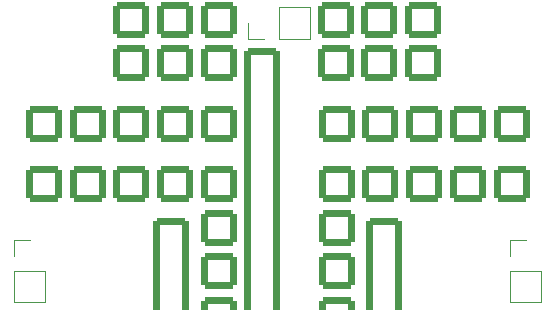
<source format=gto>
%TF.GenerationSoftware,KiCad,Pcbnew,7.0.10-7.0.10~ubuntu22.04.1*%
%TF.CreationDate,2024-01-03T17:58:32-08:00*%
%TF.ProjectId,YamhillProtoBoard1x1,59616d68-696c-46c5-9072-6f746f426f61,A*%
%TF.SameCoordinates,Original*%
%TF.FileFunction,Legend,Top*%
%TF.FilePolarity,Positive*%
%FSLAX46Y46*%
G04 Gerber Fmt 4.6, Leading zero omitted, Abs format (unit mm)*
G04 Created by KiCad (PCBNEW 7.0.10-7.0.10~ubuntu22.04.1) date 2024-01-03 17:58:32*
%MOMM*%
%LPD*%
G01*
G04 APERTURE LIST*
G04 Aperture macros list*
%AMRoundRect*
0 Rectangle with rounded corners*
0 $1 Rounding radius*
0 $2 $3 $4 $5 $6 $7 $8 $9 X,Y pos of 4 corners*
0 Add a 4 corners polygon primitive as box body*
4,1,4,$2,$3,$4,$5,$6,$7,$8,$9,$2,$3,0*
0 Add four circle primitives for the rounded corners*
1,1,$1+$1,$2,$3*
1,1,$1+$1,$4,$5*
1,1,$1+$1,$6,$7*
1,1,$1+$1,$8,$9*
0 Add four rect primitives between the rounded corners*
20,1,$1+$1,$2,$3,$4,$5,0*
20,1,$1+$1,$4,$5,$6,$7,0*
20,1,$1+$1,$6,$7,$8,$9,0*
20,1,$1+$1,$8,$9,$2,$3,0*%
G04 Aperture macros list end*
%ADD10C,0.120000*%
%ADD11C,1.000000*%
%ADD12RoundRect,0.300000X-1.200000X-1.200000X1.200000X-1.200000X1.200000X1.200000X-1.200000X1.200000X0*%
%ADD13RoundRect,0.300000X1.200000X-4.200000X1.200000X4.200000X-1.200000X4.200000X-1.200000X-4.200000X0*%
%ADD14C,0.800000*%
%ADD15C,6.400000*%
%ADD16R,1.700000X1.700000*%
%ADD17O,1.700000X1.700000*%
%ADD18C,2.500000*%
%ADD19C,2.600000*%
%ADD20RoundRect,0.300000X-1.200000X-19.700000X1.200000X-19.700000X1.200000X19.700000X-1.200000X19.700000X0*%
G04 APERTURE END LIST*
D10*
%TO.C,J3*%
X102670000Y-72395000D02*
X104000000Y-72395000D01*
X102670000Y-73725000D02*
X102670000Y-72395000D01*
X102670000Y-74995000D02*
X102670000Y-77595000D01*
X102670000Y-74995000D02*
X105330000Y-74995000D01*
X102670000Y-77595000D02*
X105330000Y-77595000D01*
X105330000Y-74995000D02*
X105330000Y-77595000D01*
%TO.C,J5*%
X144670000Y-72395000D02*
X146000000Y-72395000D01*
X144670000Y-73725000D02*
X144670000Y-72395000D01*
X144670000Y-74995000D02*
X144670000Y-77595000D01*
X144670000Y-74995000D02*
X147330000Y-74995000D01*
X144670000Y-77595000D02*
X147330000Y-77595000D01*
X147330000Y-74995000D02*
X147330000Y-77595000D01*
%TO.C,J10*%
X122495000Y-55330000D02*
X122495000Y-54000000D01*
X123825000Y-55330000D02*
X122495000Y-55330000D01*
X125095000Y-55330000D02*
X127695000Y-55330000D01*
X125095000Y-55330000D02*
X125095000Y-52670000D01*
X127695000Y-55330000D02*
X127695000Y-52670000D01*
X125095000Y-52670000D02*
X127695000Y-52670000D01*
%TD*%
%LPC*%
D11*
%TO.C,REF\u002A\u002A*%
X105200000Y-62500000D03*
D12*
X105200000Y-62500000D03*
%TD*%
D11*
%TO.C,REF\u002A\u002A*%
X105200000Y-82400000D03*
D12*
X105200000Y-82400000D03*
%TD*%
D11*
%TO.C,REF\u002A\u002A*%
X144800000Y-82400000D03*
D12*
X144800000Y-82400000D03*
%TD*%
D11*
%TO.C,REF\u002A\u002A*%
X116300000Y-57400000D03*
D12*
X116300000Y-57400000D03*
%TD*%
D11*
%TO.C,REF\u002A\u002A*%
X120000000Y-92600000D03*
D12*
X120000000Y-92600000D03*
%TD*%
D11*
%TO.C,REF\u002A\u002A*%
X112600000Y-92600000D03*
D12*
X112600000Y-92600000D03*
%TD*%
D11*
%TO.C,REF\u002A\u002A*%
X112600000Y-96300000D03*
D12*
X112600000Y-96300000D03*
%TD*%
D11*
%TO.C,REF\u002A\u002A*%
X120000000Y-67600000D03*
D12*
X120000000Y-67600000D03*
%TD*%
D11*
%TO.C,REF\u002A\u002A*%
X130000000Y-87500000D03*
D12*
X130000000Y-87500000D03*
%TD*%
D11*
%TO.C,REF\u002A\u002A*%
X130000000Y-96300000D03*
D12*
X130000000Y-96300000D03*
%TD*%
D11*
%TO.C,REF\u002A\u002A*%
X129900000Y-57400000D03*
D12*
X129900000Y-57400000D03*
%TD*%
D11*
%TO.C,REF\u002A\u002A*%
X129900000Y-53700000D03*
D12*
X129900000Y-53700000D03*
%TD*%
D11*
%TO.C,REF\u002A\u002A*%
X116300000Y-62500000D03*
D12*
X116300000Y-62500000D03*
%TD*%
D11*
%TO.C,REF\u002A\u002A*%
X130000000Y-67600000D03*
D12*
X130000000Y-67600000D03*
%TD*%
D11*
%TO.C,REF\u002A\u002A*%
X120000000Y-96300000D03*
D12*
X120000000Y-96300000D03*
%TD*%
D11*
%TO.C,REF\u002A\u002A*%
X144800000Y-62500000D03*
D12*
X144800000Y-62500000D03*
%TD*%
D11*
%TO.C,REF\u002A\u002A*%
X137400000Y-62500000D03*
D12*
X137400000Y-62500000D03*
%TD*%
D11*
%TO.C,REF\u002A\u002A*%
X133700000Y-67600000D03*
D12*
X133700000Y-67600000D03*
%TD*%
D11*
%TO.C,REF\u002A\u002A*%
X120000000Y-82400000D03*
D12*
X120000000Y-82400000D03*
%TD*%
D11*
%TO.C,REF\u002A\u002A*%
X141100000Y-62500000D03*
D12*
X141100000Y-62500000D03*
%TD*%
D11*
%TO.C,REF\u002A\u002A*%
X120000000Y-78700000D03*
D12*
X120000000Y-78700000D03*
%TD*%
D11*
%TO.C,REF\u002A\u002A*%
X120000000Y-75000000D03*
D12*
X120000000Y-75000000D03*
%TD*%
D11*
%TO.C,REF\u002A\u002A*%
X105200000Y-67600000D03*
D12*
X105200000Y-67600000D03*
%TD*%
D11*
%TO.C,REF\u002A\u002A*%
X141100000Y-82400000D03*
D12*
X141100000Y-82400000D03*
%TD*%
D11*
%TO.C,REF\u002A\u002A*%
X133700000Y-87500000D03*
D12*
X133700000Y-87500000D03*
%TD*%
D11*
%TO.C,J2*%
X116000000Y-78000000D03*
X116000000Y-75000000D03*
D13*
X116000000Y-75000000D03*
D11*
X116000000Y-72000000D03*
%TD*%
%TO.C,REF\u002A\u002A*%
X144800000Y-87500000D03*
D12*
X144800000Y-87500000D03*
%TD*%
D11*
%TO.C,REF\u002A\u002A*%
X112600000Y-82400000D03*
D12*
X112600000Y-82400000D03*
%TD*%
D11*
%TO.C,REF\u002A\u002A*%
X120000000Y-62500000D03*
D12*
X120000000Y-62500000D03*
%TD*%
D11*
%TO.C,REF\u002A\u002A*%
X116300000Y-53700000D03*
D12*
X116300000Y-53700000D03*
%TD*%
D14*
%TO.C,H1*%
X102600000Y-55000000D03*
X103302944Y-53302944D03*
X103302944Y-56697056D03*
X105000000Y-52600000D03*
D15*
X105000000Y-55000000D03*
D14*
X105000000Y-57400000D03*
X106697056Y-53302944D03*
X106697056Y-56697056D03*
X107400000Y-55000000D03*
%TD*%
D16*
%TO.C,J3*%
X104000000Y-73725000D03*
D17*
X104000000Y-76265000D03*
%TD*%
D11*
%TO.C,REF\u002A\u002A*%
X120000000Y-87500000D03*
D12*
X120000000Y-87500000D03*
%TD*%
D11*
%TO.C,REF\u002A\u002A*%
X112600000Y-57400000D03*
D12*
X112600000Y-57400000D03*
%TD*%
D11*
%TO.C,REF\u002A\u002A*%
X130000000Y-78700000D03*
D12*
X130000000Y-78700000D03*
%TD*%
D11*
%TO.C,REF\u002A\u002A*%
X130000000Y-82400000D03*
D12*
X130000000Y-82400000D03*
%TD*%
D11*
%TO.C,REF\u002A\u002A*%
X137400000Y-82400000D03*
D12*
X137400000Y-82400000D03*
%TD*%
D11*
%TO.C,REF\u002A\u002A*%
X108900000Y-62500000D03*
D12*
X108900000Y-62500000D03*
%TD*%
D11*
%TO.C,REF\u002A\u002A*%
X116300000Y-82400000D03*
D12*
X116300000Y-82400000D03*
%TD*%
D18*
%TO.C,J1*%
X110000000Y-75000000D03*
D19*
X107450000Y-72450000D03*
X107450000Y-77550000D03*
X112550000Y-72450000D03*
X112550000Y-77550000D03*
%TD*%
D11*
%TO.C,REF\u002A\u002A*%
X112600000Y-53700000D03*
D12*
X112600000Y-53700000D03*
%TD*%
D11*
%TO.C,REF\u002A\u002A*%
X120000000Y-71300000D03*
D12*
X120000000Y-71300000D03*
%TD*%
D11*
%TO.C,REF\u002A\u002A*%
X116300000Y-92600000D03*
D12*
X116300000Y-92600000D03*
%TD*%
D11*
%TO.C,REF\u002A\u002A*%
X116300000Y-67600000D03*
D12*
X116300000Y-67600000D03*
%TD*%
D11*
%TO.C,REF\u002A\u002A*%
X108900000Y-67600000D03*
D12*
X108900000Y-67600000D03*
%TD*%
D11*
%TO.C,REF\u002A\u002A*%
X137400000Y-96300000D03*
D12*
X137400000Y-96300000D03*
%TD*%
D16*
%TO.C,J5*%
X146000000Y-73725000D03*
D17*
X146000000Y-76265000D03*
%TD*%
D11*
%TO.C,REF\u002A\u002A*%
X133700000Y-82400000D03*
D12*
X133700000Y-82400000D03*
%TD*%
D11*
%TO.C,REF\u002A\u002A*%
X137300000Y-53700000D03*
D12*
X137300000Y-53700000D03*
%TD*%
D11*
%TO.C,REF\u002A\u002A*%
X133700000Y-96300000D03*
D12*
X133700000Y-96300000D03*
%TD*%
D11*
%TO.C,REF\u002A\u002A*%
X130000000Y-92600000D03*
D12*
X130000000Y-92600000D03*
%TD*%
D11*
%TO.C,REF\u002A\u002A*%
X116300000Y-87500000D03*
D12*
X116300000Y-87500000D03*
%TD*%
D14*
%TO.C,H2*%
X142600000Y-55000000D03*
X143302944Y-53302944D03*
X143302944Y-56697056D03*
X145000000Y-52600000D03*
D15*
X145000000Y-55000000D03*
D14*
X145000000Y-57400000D03*
X146697056Y-53302944D03*
X146697056Y-56697056D03*
X147400000Y-55000000D03*
%TD*%
D11*
%TO.C,REF\u002A\u002A*%
X133700000Y-92600000D03*
D12*
X133700000Y-92600000D03*
%TD*%
D11*
%TO.C,REF\u002A\u002A*%
X105200000Y-87500000D03*
D12*
X105200000Y-87500000D03*
%TD*%
D11*
%TO.C,REF\u002A\u002A*%
X120000000Y-57400000D03*
D12*
X120000000Y-57400000D03*
%TD*%
D14*
%TO.C,H4*%
X142600000Y-95000000D03*
X143302944Y-93302944D03*
X143302944Y-96697056D03*
X145000000Y-92600000D03*
D15*
X145000000Y-95000000D03*
D14*
X145000000Y-97400000D03*
X146697056Y-93302944D03*
X146697056Y-96697056D03*
X147400000Y-95000000D03*
%TD*%
D11*
%TO.C,REF\u002A\u002A*%
X130000000Y-75000000D03*
D12*
X130000000Y-75000000D03*
%TD*%
D11*
%TO.C,J11*%
X123700000Y-58100000D03*
X123700000Y-61100000D03*
X123700000Y-64100000D03*
X123700000Y-67100000D03*
X123700000Y-70100000D03*
X123700000Y-73100000D03*
X123700000Y-76100000D03*
D20*
X123700000Y-76100000D03*
D11*
X123700000Y-79100000D03*
X123700000Y-82100000D03*
X123700000Y-85100000D03*
X123700000Y-88100000D03*
X123700000Y-91100000D03*
X123700000Y-94100000D03*
%TD*%
D14*
%TO.C,H3*%
X102600000Y-95000000D03*
X103302944Y-93302944D03*
X103302944Y-96697056D03*
X105000000Y-92600000D03*
D15*
X105000000Y-95000000D03*
D14*
X105000000Y-97400000D03*
X106697056Y-93302944D03*
X106697056Y-96697056D03*
X107400000Y-95000000D03*
%TD*%
D11*
%TO.C,REF\u002A\u002A*%
X130000000Y-71300000D03*
D12*
X130000000Y-71300000D03*
%TD*%
D11*
%TO.C,REF\u002A\u002A*%
X137400000Y-92600000D03*
D12*
X137400000Y-92600000D03*
%TD*%
D11*
%TO.C,REF\u002A\u002A*%
X112600000Y-62500000D03*
D12*
X112600000Y-62500000D03*
%TD*%
D11*
%TO.C,REF\u002A\u002A*%
X144800000Y-67600000D03*
D12*
X144800000Y-67600000D03*
%TD*%
D11*
%TO.C,REF\u002A\u002A*%
X108900000Y-87500000D03*
D12*
X108900000Y-87500000D03*
%TD*%
D11*
%TO.C,REF\u002A\u002A*%
X112600000Y-87500000D03*
D12*
X112600000Y-87500000D03*
%TD*%
D11*
%TO.C,REF\u002A\u002A*%
X137400000Y-67600000D03*
D12*
X137400000Y-67600000D03*
%TD*%
D11*
%TO.C,REF\u002A\u002A*%
X141100000Y-67600000D03*
D12*
X141100000Y-67600000D03*
%TD*%
D11*
%TO.C,REF\u002A\u002A*%
X137300000Y-57400000D03*
D12*
X137300000Y-57400000D03*
%TD*%
D11*
%TO.C,REF\u002A\u002A*%
X130000000Y-62500000D03*
D12*
X130000000Y-62500000D03*
%TD*%
D11*
%TO.C,REF\u002A\u002A*%
X116300000Y-96300000D03*
D12*
X116300000Y-96300000D03*
%TD*%
D11*
%TO.C,J6*%
X134000000Y-78000000D03*
X134000000Y-75000000D03*
D13*
X134000000Y-75000000D03*
D11*
X134000000Y-72000000D03*
%TD*%
%TO.C,REF\u002A\u002A*%
X133600000Y-57400000D03*
D12*
X133600000Y-57400000D03*
%TD*%
D11*
%TO.C,REF\u002A\u002A*%
X133700000Y-62500000D03*
D12*
X133700000Y-62500000D03*
%TD*%
D11*
%TO.C,REF\u002A\u002A*%
X112600000Y-67600000D03*
D12*
X112600000Y-67600000D03*
%TD*%
D11*
%TO.C,REF\u002A\u002A*%
X108900000Y-82400000D03*
D12*
X108900000Y-82400000D03*
%TD*%
D11*
%TO.C,REF\u002A\u002A*%
X141100000Y-87500000D03*
D12*
X141100000Y-87500000D03*
%TD*%
D11*
%TO.C,REF\u002A\u002A*%
X120000000Y-53700000D03*
D12*
X120000000Y-53700000D03*
%TD*%
D11*
%TO.C,REF\u002A\u002A*%
X137400000Y-87500000D03*
D12*
X137400000Y-87500000D03*
%TD*%
D18*
%TO.C,J4*%
X140000000Y-75000000D03*
D19*
X137450000Y-72450000D03*
X137450000Y-77550000D03*
X142550000Y-72450000D03*
X142550000Y-77550000D03*
%TD*%
D16*
%TO.C,J10*%
X123825000Y-54000000D03*
D17*
X126365000Y-54000000D03*
%TD*%
D11*
%TO.C,REF\u002A\u002A*%
X133600000Y-53700000D03*
D12*
X133600000Y-53700000D03*
%TD*%
G36*
X102003031Y-51750149D02*
G01*
X102018420Y-51750905D01*
X102030531Y-51752098D01*
X102038917Y-51753342D01*
X102102343Y-51782651D01*
X102139854Y-51841597D01*
X102139542Y-51911466D01*
X102101505Y-51970075D01*
X102037820Y-51998815D01*
X102020722Y-52000000D01*
X102000000Y-52000000D01*
X102000000Y-59100000D01*
X102126000Y-59100000D01*
X102193039Y-59119685D01*
X102238794Y-59172489D01*
X102250000Y-59224000D01*
X102250000Y-60676000D01*
X102230315Y-60743039D01*
X102177511Y-60788794D01*
X102126000Y-60800000D01*
X102000000Y-60800000D01*
X102000000Y-64200000D01*
X102126000Y-64200000D01*
X102193039Y-64219685D01*
X102238794Y-64272489D01*
X102250000Y-64324000D01*
X102250000Y-65776000D01*
X102230315Y-65843039D01*
X102177511Y-65888794D01*
X102126000Y-65900000D01*
X102000000Y-65900000D01*
X102000000Y-84100000D01*
X102126000Y-84100000D01*
X102193039Y-84119685D01*
X102238794Y-84172489D01*
X102250000Y-84224000D01*
X102250000Y-85676000D01*
X102230315Y-85743039D01*
X102177511Y-85788794D01*
X102126000Y-85800000D01*
X102000000Y-85800000D01*
X102000000Y-89200000D01*
X102126000Y-89200000D01*
X102193039Y-89219685D01*
X102238794Y-89272489D01*
X102250000Y-89324000D01*
X102250000Y-90776000D01*
X102230315Y-90843039D01*
X102177511Y-90888794D01*
X102126000Y-90900000D01*
X102000000Y-90900000D01*
X102000000Y-98000000D01*
X102020722Y-98000000D01*
X102087761Y-98019685D01*
X102133516Y-98072489D01*
X102143460Y-98141647D01*
X102114435Y-98205203D01*
X102055657Y-98242977D01*
X102038903Y-98246660D01*
X102030517Y-98247903D01*
X102018428Y-98249093D01*
X102003039Y-98249850D01*
X101996947Y-98250000D01*
X100133328Y-98250000D01*
X100066289Y-98230315D01*
X100020534Y-98177511D01*
X100009644Y-98134846D01*
X100000316Y-98004418D01*
X100000000Y-97995572D01*
X100000000Y-52004427D01*
X100000316Y-51995581D01*
X100009644Y-51865154D01*
X100034061Y-51799690D01*
X100089994Y-51757818D01*
X100133328Y-51750000D01*
X101996947Y-51750000D01*
X102003031Y-51750149D01*
G37*
G36*
X101943039Y-97769685D02*
G01*
X101988794Y-97822489D01*
X102000000Y-97874000D01*
X102000000Y-98000000D01*
X125500000Y-98000000D01*
X125500000Y-97874000D01*
X125519685Y-97806961D01*
X125572489Y-97761206D01*
X125624000Y-97750000D01*
X127876000Y-97750000D01*
X127943039Y-97769685D01*
X127988794Y-97822489D01*
X128000000Y-97874000D01*
X128000000Y-98000000D01*
X148000000Y-98000000D01*
X148000000Y-97874000D01*
X148019685Y-97806961D01*
X148072489Y-97761206D01*
X148124000Y-97750000D01*
X149876000Y-97750000D01*
X149943039Y-97769685D01*
X149988794Y-97822489D01*
X150000000Y-97874000D01*
X150000000Y-97995572D01*
X149999684Y-98004418D01*
X149980275Y-98275785D01*
X149977757Y-98293297D01*
X149920872Y-98554794D01*
X149915888Y-98571770D01*
X149822361Y-98822524D01*
X149815011Y-98838617D01*
X149686758Y-99073496D01*
X149677193Y-99088380D01*
X149516811Y-99302624D01*
X149505225Y-99315994D01*
X149315994Y-99505225D01*
X149302624Y-99516811D01*
X149088380Y-99677193D01*
X149073496Y-99686758D01*
X148838617Y-99815011D01*
X148822524Y-99822361D01*
X148571770Y-99915888D01*
X148554794Y-99920872D01*
X148293297Y-99977757D01*
X148275785Y-99980275D01*
X148004418Y-99999684D01*
X147995572Y-100000000D01*
X102004428Y-100000000D01*
X101995582Y-99999684D01*
X101724214Y-99980275D01*
X101706702Y-99977757D01*
X101445205Y-99920872D01*
X101428229Y-99915888D01*
X101177475Y-99822361D01*
X101161382Y-99815011D01*
X100926503Y-99686758D01*
X100911619Y-99677193D01*
X100697375Y-99516811D01*
X100684005Y-99505225D01*
X100494774Y-99315994D01*
X100483188Y-99302624D01*
X100322806Y-99088380D01*
X100313241Y-99073496D01*
X100184988Y-98838617D01*
X100177638Y-98822524D01*
X100084111Y-98571770D01*
X100079127Y-98554794D01*
X100022242Y-98293297D01*
X100019724Y-98275785D01*
X100000316Y-98004418D01*
X100000000Y-97995572D01*
X100000000Y-97874000D01*
X100019685Y-97806961D01*
X100072489Y-97761206D01*
X100124000Y-97750000D01*
X101876000Y-97750000D01*
X101943039Y-97769685D01*
G37*
G36*
X149933711Y-51769685D02*
G01*
X149979466Y-51822489D01*
X149990356Y-51865154D01*
X149999684Y-51995581D01*
X150000000Y-52004427D01*
X150000000Y-97995572D01*
X149999684Y-98004418D01*
X149990356Y-98134846D01*
X149965939Y-98200310D01*
X149910006Y-98242182D01*
X149866672Y-98250000D01*
X148003053Y-98250000D01*
X147996961Y-98249850D01*
X147981571Y-98249093D01*
X147969480Y-98247903D01*
X147961095Y-98246660D01*
X147897667Y-98217357D01*
X147860149Y-98158415D01*
X147860455Y-98088546D01*
X147898486Y-98029933D01*
X147962167Y-98001186D01*
X147979278Y-98000000D01*
X148000000Y-98000000D01*
X148000000Y-90900000D01*
X147874000Y-90900000D01*
X147806961Y-90880315D01*
X147761206Y-90827511D01*
X147750000Y-90776000D01*
X147750000Y-89324000D01*
X147769685Y-89256961D01*
X147822489Y-89211206D01*
X147874000Y-89200000D01*
X148000000Y-89200000D01*
X148000000Y-85800000D01*
X147874000Y-85800000D01*
X147806961Y-85780315D01*
X147761206Y-85727511D01*
X147750000Y-85676000D01*
X147750000Y-84224000D01*
X147769685Y-84156961D01*
X147822489Y-84111206D01*
X147874000Y-84100000D01*
X148000000Y-84100000D01*
X148000000Y-65900000D01*
X147874000Y-65900000D01*
X147806961Y-65880315D01*
X147761206Y-65827511D01*
X147750000Y-65776000D01*
X147750000Y-64324000D01*
X147769685Y-64256961D01*
X147822489Y-64211206D01*
X147874000Y-64200000D01*
X148000000Y-64200000D01*
X148000000Y-60800000D01*
X147874000Y-60800000D01*
X147806961Y-60780315D01*
X147761206Y-60727511D01*
X147750000Y-60676000D01*
X147750000Y-59224000D01*
X147769685Y-59156961D01*
X147822489Y-59111206D01*
X147874000Y-59100000D01*
X148000000Y-59100000D01*
X148000000Y-52000000D01*
X147979278Y-52000000D01*
X147912239Y-51980315D01*
X147866484Y-51927511D01*
X147856540Y-51858353D01*
X147885565Y-51794797D01*
X147944343Y-51757023D01*
X147961081Y-51753343D01*
X147969466Y-51752099D01*
X147981579Y-51750905D01*
X147996969Y-51750149D01*
X148003053Y-51750000D01*
X149866672Y-51750000D01*
X149933711Y-51769685D01*
G37*
G36*
X148004418Y-50000316D02*
G01*
X148275785Y-50019724D01*
X148293297Y-50022242D01*
X148554794Y-50079127D01*
X148571770Y-50084111D01*
X148822524Y-50177638D01*
X148838617Y-50184988D01*
X149073496Y-50313241D01*
X149088380Y-50322806D01*
X149302624Y-50483188D01*
X149315994Y-50494774D01*
X149505225Y-50684005D01*
X149516811Y-50697375D01*
X149677193Y-50911619D01*
X149686758Y-50926503D01*
X149815011Y-51161382D01*
X149822361Y-51177475D01*
X149915888Y-51428229D01*
X149920872Y-51445205D01*
X149977757Y-51706702D01*
X149980275Y-51724214D01*
X149999684Y-51995581D01*
X150000000Y-52004427D01*
X150000000Y-52126000D01*
X149980315Y-52193039D01*
X149927511Y-52238794D01*
X149876000Y-52250000D01*
X148124000Y-52250000D01*
X148056961Y-52230315D01*
X148011206Y-52177511D01*
X148000000Y-52126000D01*
X148000000Y-52000000D01*
X102000000Y-52000000D01*
X102000000Y-52126000D01*
X101980315Y-52193039D01*
X101927511Y-52238794D01*
X101876000Y-52250000D01*
X100124000Y-52250000D01*
X100056961Y-52230315D01*
X100011206Y-52177511D01*
X100000000Y-52126000D01*
X100000000Y-52004427D01*
X100000316Y-51995581D01*
X100019724Y-51724214D01*
X100022242Y-51706702D01*
X100079127Y-51445205D01*
X100084111Y-51428229D01*
X100177638Y-51177475D01*
X100184988Y-51161382D01*
X100313241Y-50926503D01*
X100322806Y-50911619D01*
X100483188Y-50697375D01*
X100494774Y-50684005D01*
X100684005Y-50494774D01*
X100697375Y-50483188D01*
X100911619Y-50322806D01*
X100926503Y-50313241D01*
X101161382Y-50184988D01*
X101177475Y-50177638D01*
X101428229Y-50084111D01*
X101445205Y-50079127D01*
X101706702Y-50022242D01*
X101724214Y-50019724D01*
X101995582Y-50000316D01*
X102004428Y-50000000D01*
X147995572Y-50000000D01*
X148004418Y-50000316D01*
G37*
G36*
X101911466Y-83960457D02*
G01*
X101970075Y-83998494D01*
X101998815Y-84062179D01*
X102000000Y-84079277D01*
X102000000Y-84100000D01*
X121876000Y-84100000D01*
X121943039Y-84119685D01*
X121988794Y-84172489D01*
X122000000Y-84224000D01*
X122000000Y-85676000D01*
X121980315Y-85743039D01*
X121927511Y-85788794D01*
X121876000Y-85800000D01*
X102000000Y-85800000D01*
X102000000Y-85820722D01*
X101980315Y-85887761D01*
X101927511Y-85933516D01*
X101858353Y-85943460D01*
X101794797Y-85914435D01*
X101757023Y-85855657D01*
X101753342Y-85838917D01*
X101752098Y-85830531D01*
X101750905Y-85818420D01*
X101750149Y-85803031D01*
X101750000Y-85796947D01*
X101750000Y-84103052D01*
X101750149Y-84096968D01*
X101750905Y-84081579D01*
X101752098Y-84069468D01*
X101753342Y-84061082D01*
X101782651Y-83997656D01*
X101841597Y-83960145D01*
X101911466Y-83960457D01*
G37*
G36*
X148205203Y-64085564D02*
G01*
X148242977Y-64144342D01*
X148246660Y-64161096D01*
X148247903Y-64169482D01*
X148249093Y-64181571D01*
X148249850Y-64196960D01*
X148250000Y-64203052D01*
X148250000Y-65896947D01*
X148249850Y-65903039D01*
X148249093Y-65918428D01*
X148247903Y-65930517D01*
X148246660Y-65938903D01*
X148217359Y-66002332D01*
X148158417Y-66039850D01*
X148088548Y-66039546D01*
X148029935Y-66001516D01*
X148001187Y-65937835D01*
X148000000Y-65920722D01*
X148000000Y-65900000D01*
X128000000Y-65900000D01*
X128000000Y-65920722D01*
X127980315Y-65987761D01*
X127927511Y-66033516D01*
X127858353Y-66043460D01*
X127794797Y-66014435D01*
X127757023Y-65955657D01*
X127753342Y-65938917D01*
X127752098Y-65930531D01*
X127750905Y-65918420D01*
X127750149Y-65903031D01*
X127750000Y-65896947D01*
X127750000Y-64203052D01*
X127750149Y-64196968D01*
X127750905Y-64181579D01*
X127752098Y-64169468D01*
X127753342Y-64161082D01*
X127782651Y-64097656D01*
X127841597Y-64060145D01*
X127911466Y-64060457D01*
X127970075Y-64098494D01*
X127998815Y-64162179D01*
X128000000Y-64179277D01*
X128000000Y-64200000D01*
X148000000Y-64200000D01*
X148000000Y-64179277D01*
X148019685Y-64112238D01*
X148072489Y-64066483D01*
X148141647Y-64056539D01*
X148205203Y-64085564D01*
G37*
G36*
X127943039Y-56219685D02*
G01*
X127988794Y-56272489D01*
X128000000Y-56324000D01*
X128000000Y-59100000D01*
X128126000Y-59100000D01*
X128193039Y-59119685D01*
X128238794Y-59172489D01*
X128250000Y-59224000D01*
X128250000Y-60676000D01*
X128230315Y-60743039D01*
X128177511Y-60788794D01*
X128126000Y-60800000D01*
X128000000Y-60800000D01*
X128000000Y-64200000D01*
X128126000Y-64200000D01*
X128193039Y-64219685D01*
X128238794Y-64272489D01*
X128250000Y-64324000D01*
X128250000Y-65776000D01*
X128230315Y-65843039D01*
X128177511Y-65888794D01*
X128126000Y-65900000D01*
X128000000Y-65900000D01*
X128000000Y-84100000D01*
X128126000Y-84100000D01*
X128193039Y-84119685D01*
X128238794Y-84172489D01*
X128250000Y-84224000D01*
X128250000Y-85676000D01*
X128230315Y-85743039D01*
X128177511Y-85788794D01*
X128126000Y-85800000D01*
X128000000Y-85800000D01*
X128000000Y-89200000D01*
X128126000Y-89200000D01*
X128193039Y-89219685D01*
X128238794Y-89272489D01*
X128250000Y-89324000D01*
X128250000Y-90776000D01*
X128230315Y-90843039D01*
X128177511Y-90888794D01*
X128126000Y-90900000D01*
X128000000Y-90900000D01*
X128000000Y-98000000D01*
X128126000Y-98000000D01*
X128193039Y-98019685D01*
X128238794Y-98072489D01*
X128250000Y-98124000D01*
X128250000Y-98196947D01*
X128249850Y-98203039D01*
X128249093Y-98218428D01*
X128247901Y-98230527D01*
X128246089Y-98242745D01*
X128243716Y-98254680D01*
X128240716Y-98266658D01*
X128237181Y-98278311D01*
X128233021Y-98289936D01*
X128228366Y-98301173D01*
X128223084Y-98312341D01*
X128217348Y-98323072D01*
X128210996Y-98333670D01*
X128204237Y-98343787D01*
X128196884Y-98353702D01*
X128189166Y-98363106D01*
X128180872Y-98372258D01*
X128172258Y-98380872D01*
X128163106Y-98389166D01*
X128153702Y-98396884D01*
X128143787Y-98404237D01*
X128133670Y-98410996D01*
X128123072Y-98417348D01*
X128112341Y-98423084D01*
X128101173Y-98428366D01*
X128089936Y-98433021D01*
X128078311Y-98437181D01*
X128066658Y-98440716D01*
X128054680Y-98443716D01*
X128042745Y-98446089D01*
X128030527Y-98447901D01*
X128018428Y-98449093D01*
X128003039Y-98449850D01*
X127996947Y-98450000D01*
X125503053Y-98450000D01*
X125496961Y-98449850D01*
X125481571Y-98449093D01*
X125469472Y-98447901D01*
X125457254Y-98446089D01*
X125445319Y-98443716D01*
X125433341Y-98440716D01*
X125421688Y-98437181D01*
X125410063Y-98433021D01*
X125398826Y-98428366D01*
X125387658Y-98423084D01*
X125376927Y-98417348D01*
X125366329Y-98410996D01*
X125356212Y-98404237D01*
X125346297Y-98396884D01*
X125336893Y-98389166D01*
X125327741Y-98380872D01*
X125319127Y-98372258D01*
X125310833Y-98363106D01*
X125303115Y-98353702D01*
X125295762Y-98343787D01*
X125289003Y-98333670D01*
X125282651Y-98323072D01*
X125276915Y-98312341D01*
X125271633Y-98301173D01*
X125266978Y-98289936D01*
X125262818Y-98278311D01*
X125259283Y-98266658D01*
X125256283Y-98254680D01*
X125253910Y-98242745D01*
X125252098Y-98230527D01*
X125250905Y-98218420D01*
X125250149Y-98203031D01*
X125250000Y-98196947D01*
X125250000Y-98124000D01*
X125269685Y-98056961D01*
X125322489Y-98011206D01*
X125374000Y-98000000D01*
X125500000Y-98000000D01*
X125500000Y-56324000D01*
X125519685Y-56256961D01*
X125572489Y-56211206D01*
X125624000Y-56200000D01*
X127876000Y-56200000D01*
X127943039Y-56219685D01*
G37*
G36*
X148205203Y-89085564D02*
G01*
X148242977Y-89144342D01*
X148246660Y-89161096D01*
X148247903Y-89169482D01*
X148249093Y-89181571D01*
X148249850Y-89196960D01*
X148250000Y-89203052D01*
X148250000Y-90896947D01*
X148249850Y-90903039D01*
X148249093Y-90918428D01*
X148247903Y-90930517D01*
X148246660Y-90938903D01*
X148217359Y-91002332D01*
X148158417Y-91039850D01*
X148088548Y-91039546D01*
X148029935Y-91001516D01*
X148001187Y-90937835D01*
X148000000Y-90920722D01*
X148000000Y-90900000D01*
X128000000Y-90900000D01*
X128000000Y-90920722D01*
X127980315Y-90987761D01*
X127927511Y-91033516D01*
X127858353Y-91043460D01*
X127794797Y-91014435D01*
X127757023Y-90955657D01*
X127753342Y-90938917D01*
X127752098Y-90930531D01*
X127750905Y-90918420D01*
X127750149Y-90903031D01*
X127750000Y-90896947D01*
X127750000Y-89203052D01*
X127750149Y-89196968D01*
X127750905Y-89181579D01*
X127752098Y-89169468D01*
X127753342Y-89161082D01*
X127782651Y-89097656D01*
X127841597Y-89060145D01*
X127911466Y-89060457D01*
X127970075Y-89098494D01*
X127998815Y-89162179D01*
X128000000Y-89179277D01*
X128000000Y-89200000D01*
X148000000Y-89200000D01*
X148000000Y-89179277D01*
X148019685Y-89112238D01*
X148072489Y-89066483D01*
X148141647Y-89056539D01*
X148205203Y-89085564D01*
G37*
G36*
X101911466Y-64060457D02*
G01*
X101970075Y-64098494D01*
X101998815Y-64162179D01*
X102000000Y-64179277D01*
X102000000Y-64200000D01*
X121876000Y-64200000D01*
X121943039Y-64219685D01*
X121988794Y-64272489D01*
X122000000Y-64324000D01*
X122000000Y-65776000D01*
X121980315Y-65843039D01*
X121927511Y-65888794D01*
X121876000Y-65900000D01*
X102000000Y-65900000D01*
X102000000Y-65920722D01*
X101980315Y-65987761D01*
X101927511Y-66033516D01*
X101858353Y-66043460D01*
X101794797Y-66014435D01*
X101757023Y-65955657D01*
X101753342Y-65938917D01*
X101752098Y-65930531D01*
X101750905Y-65918420D01*
X101750149Y-65903031D01*
X101750000Y-65896947D01*
X101750000Y-64203052D01*
X101750149Y-64196968D01*
X101750905Y-64181579D01*
X101752098Y-64169468D01*
X101753342Y-64161082D01*
X101782651Y-64097656D01*
X101841597Y-64060145D01*
X101911466Y-64060457D01*
G37*
G36*
X101911466Y-89060457D02*
G01*
X101970075Y-89098494D01*
X101998815Y-89162179D01*
X102000000Y-89179277D01*
X102000000Y-89200000D01*
X121876000Y-89200000D01*
X121943039Y-89219685D01*
X121988794Y-89272489D01*
X122000000Y-89324000D01*
X122000000Y-90776000D01*
X121980315Y-90843039D01*
X121927511Y-90888794D01*
X121876000Y-90900000D01*
X102000000Y-90900000D01*
X102000000Y-90920722D01*
X101980315Y-90987761D01*
X101927511Y-91033516D01*
X101858353Y-91043460D01*
X101794797Y-91014435D01*
X101757023Y-90955657D01*
X101753342Y-90938917D01*
X101752098Y-90930531D01*
X101750905Y-90918420D01*
X101750149Y-90903031D01*
X101750000Y-90896947D01*
X101750000Y-89203052D01*
X101750149Y-89196968D01*
X101750905Y-89181579D01*
X101752098Y-89169468D01*
X101753342Y-89161082D01*
X101782651Y-89097656D01*
X101841597Y-89060145D01*
X101911466Y-89060457D01*
G37*
G36*
X101911466Y-58960457D02*
G01*
X101970075Y-58998494D01*
X101998815Y-59062179D01*
X102000000Y-59079277D01*
X102000000Y-59100000D01*
X121876000Y-59100000D01*
X121943039Y-59119685D01*
X121988794Y-59172489D01*
X122000000Y-59224000D01*
X122000000Y-60676000D01*
X121980315Y-60743039D01*
X121927511Y-60788794D01*
X121876000Y-60800000D01*
X102000000Y-60800000D01*
X102000000Y-60820722D01*
X101980315Y-60887761D01*
X101927511Y-60933516D01*
X101858353Y-60943460D01*
X101794797Y-60914435D01*
X101757023Y-60855657D01*
X101753342Y-60838917D01*
X101752098Y-60830531D01*
X101750905Y-60818420D01*
X101750149Y-60803031D01*
X101750000Y-60796947D01*
X101750000Y-59103052D01*
X101750149Y-59096968D01*
X101750905Y-59081579D01*
X101752098Y-59069468D01*
X101753342Y-59061082D01*
X101782651Y-58997656D01*
X101841597Y-58960145D01*
X101911466Y-58960457D01*
G37*
G36*
X148205203Y-83985564D02*
G01*
X148242977Y-84044342D01*
X148246660Y-84061096D01*
X148247903Y-84069482D01*
X148249093Y-84081571D01*
X148249850Y-84096960D01*
X148250000Y-84103052D01*
X148250000Y-85796947D01*
X148249850Y-85803039D01*
X148249093Y-85818428D01*
X148247903Y-85830517D01*
X148246660Y-85838903D01*
X148217359Y-85902332D01*
X148158417Y-85939850D01*
X148088548Y-85939546D01*
X148029935Y-85901516D01*
X148001187Y-85837835D01*
X148000000Y-85820722D01*
X148000000Y-85800000D01*
X128000000Y-85800000D01*
X128000000Y-85820722D01*
X127980315Y-85887761D01*
X127927511Y-85933516D01*
X127858353Y-85943460D01*
X127794797Y-85914435D01*
X127757023Y-85855657D01*
X127753342Y-85838917D01*
X127752098Y-85830531D01*
X127750905Y-85818420D01*
X127750149Y-85803031D01*
X127750000Y-85796947D01*
X127750000Y-84103052D01*
X127750149Y-84096968D01*
X127750905Y-84081579D01*
X127752098Y-84069468D01*
X127753342Y-84061082D01*
X127782651Y-83997656D01*
X127841597Y-83960145D01*
X127911466Y-83960457D01*
X127970075Y-83998494D01*
X127998815Y-84062179D01*
X128000000Y-84079277D01*
X128000000Y-84100000D01*
X148000000Y-84100000D01*
X148000000Y-84079277D01*
X148019685Y-84012238D01*
X148072489Y-83966483D01*
X148141647Y-83956539D01*
X148205203Y-83985564D01*
G37*
G36*
X148205203Y-58985564D02*
G01*
X148242977Y-59044342D01*
X148246660Y-59061096D01*
X148247903Y-59069482D01*
X148249093Y-59081571D01*
X148249850Y-59096960D01*
X148250000Y-59103052D01*
X148250000Y-60796947D01*
X148249850Y-60803039D01*
X148249093Y-60818428D01*
X148247903Y-60830517D01*
X148246660Y-60838903D01*
X148217359Y-60902332D01*
X148158417Y-60939850D01*
X148088548Y-60939546D01*
X148029935Y-60901516D01*
X148001187Y-60837835D01*
X148000000Y-60820722D01*
X148000000Y-60800000D01*
X128000000Y-60800000D01*
X128000000Y-60820722D01*
X127980315Y-60887761D01*
X127927511Y-60933516D01*
X127858353Y-60943460D01*
X127794797Y-60914435D01*
X127757023Y-60855657D01*
X127753342Y-60838917D01*
X127752098Y-60830531D01*
X127750905Y-60818420D01*
X127750149Y-60803031D01*
X127750000Y-60796947D01*
X127750000Y-59103052D01*
X127750149Y-59096968D01*
X127750905Y-59081579D01*
X127752098Y-59069468D01*
X127753342Y-59061082D01*
X127782651Y-58997656D01*
X127841597Y-58960145D01*
X127911466Y-58960457D01*
X127970075Y-58998494D01*
X127998815Y-59062179D01*
X128000000Y-59079277D01*
X128000000Y-59100000D01*
X148000000Y-59100000D01*
X148000000Y-59079277D01*
X148019685Y-59012238D01*
X148072489Y-58966483D01*
X148141647Y-58956539D01*
X148205203Y-58985564D01*
G37*
%LPD*%
M02*

</source>
